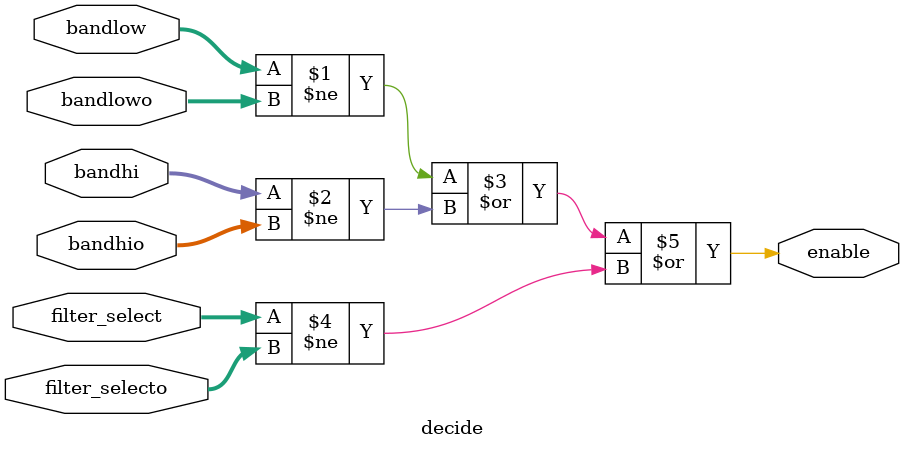
<source format=v>

module decide(

          bandlow,
		  bandhi,
		  filter_select,
		  
		  bandlowo,
		  bandhio,
		  filter_selecto,
		  
		  enable
		  );
		  
		  output enable;
		  
		  input [15:0] bandlow;
		  input [15:0] bandhi;
		  input [1:0] filter_select;
		  input [15:0] bandlowo;
		  input [15:0] bandhio;
		  input [1:0] filter_selecto;		  
		
		  or de_a1(enable, bandlow!=bandlowo, bandhi!=bandhio, filter_select!=filter_selecto);
		    
			 endmodule

</source>
